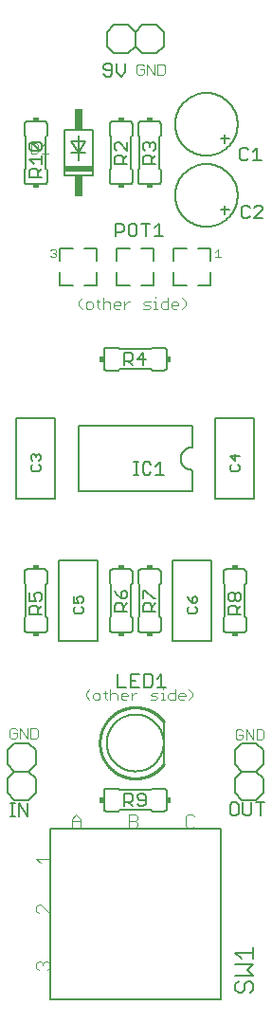
<source format=gto>
G75*
%MOIN*%
%OFA0B0*%
%FSLAX25Y25*%
%IPPOS*%
%LPD*%
%AMOC8*
5,1,8,0,0,1.08239X$1,22.5*
%
%ADD10C,0.00300*%
%ADD11C,0.00600*%
%ADD12R,0.10000X0.02000*%
%ADD13R,0.03000X0.07500*%
%ADD14C,0.00400*%
%ADD15C,0.00500*%
%ADD16C,0.00800*%
%ADD17C,0.01000*%
%ADD18R,0.02000X0.01500*%
%ADD19R,0.01500X0.02000*%
D10*
X0007442Y0098345D02*
X0008677Y0098345D01*
X0009294Y0098962D01*
X0009294Y0100197D01*
X0008059Y0100197D01*
X0006825Y0101431D02*
X0006825Y0098962D01*
X0007442Y0098345D01*
X0010508Y0098345D02*
X0010508Y0102048D01*
X0012977Y0098345D01*
X0012977Y0102048D01*
X0014191Y0102048D02*
X0014191Y0098345D01*
X0016043Y0098345D01*
X0016660Y0098962D01*
X0016660Y0101431D01*
X0016043Y0102048D01*
X0014191Y0102048D01*
X0009294Y0101431D02*
X0008677Y0102048D01*
X0007442Y0102048D01*
X0006825Y0101431D01*
X0033650Y0113184D02*
X0033650Y0114419D01*
X0034884Y0115653D01*
X0036723Y0114419D02*
X0036105Y0113802D01*
X0036105Y0112567D01*
X0036723Y0111950D01*
X0037957Y0111950D01*
X0038574Y0112567D01*
X0038574Y0113802D01*
X0037957Y0114419D01*
X0036723Y0114419D01*
X0039789Y0114419D02*
X0041023Y0114419D01*
X0040406Y0115036D02*
X0040406Y0112567D01*
X0041023Y0111950D01*
X0042244Y0111950D02*
X0042244Y0115653D01*
X0042861Y0114419D02*
X0044096Y0114419D01*
X0044713Y0113802D01*
X0044713Y0111950D01*
X0045927Y0112567D02*
X0045927Y0113802D01*
X0046544Y0114419D01*
X0047779Y0114419D01*
X0048396Y0113802D01*
X0048396Y0113184D01*
X0045927Y0113184D01*
X0045927Y0112567D02*
X0046544Y0111950D01*
X0047779Y0111950D01*
X0049610Y0111950D02*
X0049610Y0114419D01*
X0049610Y0113184D02*
X0050845Y0114419D01*
X0051462Y0114419D01*
X0056363Y0113802D02*
X0056980Y0114419D01*
X0058831Y0114419D01*
X0060046Y0114419D02*
X0060663Y0114419D01*
X0060663Y0111950D01*
X0060046Y0111950D02*
X0061280Y0111950D01*
X0062501Y0112567D02*
X0062501Y0113802D01*
X0063118Y0114419D01*
X0064970Y0114419D01*
X0064970Y0115653D02*
X0064970Y0111950D01*
X0063118Y0111950D01*
X0062501Y0112567D01*
X0060663Y0115653D02*
X0060663Y0116270D01*
X0058214Y0113184D02*
X0056980Y0113184D01*
X0056363Y0113802D01*
X0056363Y0111950D02*
X0058214Y0111950D01*
X0058831Y0112567D01*
X0058214Y0113184D01*
X0066184Y0113184D02*
X0068653Y0113184D01*
X0068653Y0113802D01*
X0068036Y0114419D01*
X0066802Y0114419D01*
X0066184Y0113802D01*
X0066184Y0112567D01*
X0066802Y0111950D01*
X0068036Y0111950D01*
X0069868Y0111950D02*
X0071102Y0113184D01*
X0071102Y0114419D01*
X0069868Y0115653D01*
X0086267Y0101023D02*
X0086267Y0098555D01*
X0086885Y0097937D01*
X0088119Y0097937D01*
X0088736Y0098555D01*
X0088736Y0099789D01*
X0087502Y0099789D01*
X0088736Y0101023D02*
X0088119Y0101641D01*
X0086885Y0101641D01*
X0086267Y0101023D01*
X0089951Y0101641D02*
X0089951Y0097937D01*
X0092419Y0097937D02*
X0089951Y0101641D01*
X0092419Y0101641D02*
X0092419Y0097937D01*
X0093634Y0097937D02*
X0095485Y0097937D01*
X0096103Y0098555D01*
X0096103Y0101023D01*
X0095485Y0101641D01*
X0093634Y0101641D01*
X0093634Y0097937D01*
X0042861Y0114419D02*
X0042244Y0113802D01*
X0034884Y0111950D02*
X0033650Y0113184D01*
X0034223Y0249450D02*
X0033605Y0250067D01*
X0033605Y0251302D01*
X0034223Y0251919D01*
X0035457Y0251919D01*
X0036074Y0251302D01*
X0036074Y0250067D01*
X0035457Y0249450D01*
X0034223Y0249450D01*
X0032384Y0249450D02*
X0031150Y0250684D01*
X0031150Y0251919D01*
X0032384Y0253153D01*
X0037289Y0251919D02*
X0038523Y0251919D01*
X0037906Y0252536D02*
X0037906Y0250067D01*
X0038523Y0249450D01*
X0039744Y0249450D02*
X0039744Y0253153D01*
X0040361Y0251919D02*
X0041596Y0251919D01*
X0042213Y0251302D01*
X0042213Y0249450D01*
X0043427Y0250067D02*
X0043427Y0251302D01*
X0044044Y0251919D01*
X0045279Y0251919D01*
X0045896Y0251302D01*
X0045896Y0250684D01*
X0043427Y0250684D01*
X0043427Y0250067D02*
X0044044Y0249450D01*
X0045279Y0249450D01*
X0047110Y0249450D02*
X0047110Y0251919D01*
X0047110Y0250684D02*
X0048345Y0251919D01*
X0048962Y0251919D01*
X0053863Y0251302D02*
X0054480Y0251919D01*
X0056331Y0251919D01*
X0057546Y0251919D02*
X0058163Y0251919D01*
X0058163Y0249450D01*
X0057546Y0249450D02*
X0058780Y0249450D01*
X0060001Y0250067D02*
X0060001Y0251302D01*
X0060618Y0251919D01*
X0062470Y0251919D01*
X0062470Y0253153D02*
X0062470Y0249450D01*
X0060618Y0249450D01*
X0060001Y0250067D01*
X0058163Y0253153D02*
X0058163Y0253770D01*
X0055714Y0250684D02*
X0054480Y0250684D01*
X0053863Y0251302D01*
X0053863Y0249450D02*
X0055714Y0249450D01*
X0056331Y0250067D01*
X0055714Y0250684D01*
X0063684Y0250684D02*
X0066153Y0250684D01*
X0066153Y0251302D01*
X0065536Y0251919D01*
X0064302Y0251919D01*
X0063684Y0251302D01*
X0063684Y0250067D01*
X0064302Y0249450D01*
X0065536Y0249450D01*
X0067368Y0249450D02*
X0068602Y0250684D01*
X0068602Y0251919D01*
X0067368Y0253153D01*
X0040361Y0251919D02*
X0039744Y0251302D01*
X0052107Y0331767D02*
X0053342Y0331767D01*
X0053959Y0332385D01*
X0053959Y0333619D01*
X0052724Y0333619D01*
X0051490Y0332385D02*
X0052107Y0331767D01*
X0051490Y0332385D02*
X0051490Y0334853D01*
X0052107Y0335471D01*
X0053342Y0335471D01*
X0053959Y0334853D01*
X0055173Y0335471D02*
X0057642Y0331767D01*
X0057642Y0335471D01*
X0058856Y0335471D02*
X0060708Y0335471D01*
X0061325Y0334853D01*
X0061325Y0332385D01*
X0060708Y0331767D01*
X0058856Y0331767D01*
X0058856Y0335471D01*
X0055173Y0335471D02*
X0055173Y0331767D01*
D11*
X0053500Y0339300D02*
X0051000Y0341800D01*
X0048500Y0339300D01*
X0043500Y0339300D01*
X0041000Y0341800D01*
X0041000Y0346800D01*
X0043500Y0349300D01*
X0048500Y0349300D01*
X0051000Y0346800D01*
X0053500Y0349300D01*
X0058500Y0349300D01*
X0061000Y0346800D01*
X0061000Y0341800D01*
X0058500Y0339300D01*
X0053500Y0339300D01*
X0051000Y0341800D02*
X0051000Y0346800D01*
X0049000Y0315363D02*
X0043000Y0315363D01*
X0042940Y0315361D01*
X0042879Y0315356D01*
X0042820Y0315347D01*
X0042761Y0315334D01*
X0042702Y0315318D01*
X0042645Y0315298D01*
X0042590Y0315275D01*
X0042535Y0315248D01*
X0042483Y0315219D01*
X0042432Y0315186D01*
X0042383Y0315150D01*
X0042337Y0315112D01*
X0042293Y0315070D01*
X0042251Y0315026D01*
X0042213Y0314980D01*
X0042177Y0314931D01*
X0042144Y0314880D01*
X0042115Y0314828D01*
X0042088Y0314773D01*
X0042065Y0314718D01*
X0042045Y0314661D01*
X0042029Y0314602D01*
X0042016Y0314543D01*
X0042007Y0314484D01*
X0042002Y0314423D01*
X0042000Y0314363D01*
X0042000Y0310363D01*
X0042500Y0309863D01*
X0042500Y0298737D01*
X0042000Y0298237D01*
X0042000Y0294237D01*
X0042002Y0294177D01*
X0042007Y0294116D01*
X0042016Y0294057D01*
X0042029Y0293998D01*
X0042045Y0293939D01*
X0042065Y0293882D01*
X0042088Y0293827D01*
X0042115Y0293772D01*
X0042144Y0293720D01*
X0042177Y0293669D01*
X0042213Y0293620D01*
X0042251Y0293574D01*
X0042293Y0293530D01*
X0042337Y0293488D01*
X0042383Y0293450D01*
X0042432Y0293414D01*
X0042483Y0293381D01*
X0042535Y0293352D01*
X0042590Y0293325D01*
X0042645Y0293302D01*
X0042702Y0293282D01*
X0042761Y0293266D01*
X0042820Y0293253D01*
X0042879Y0293244D01*
X0042940Y0293239D01*
X0043000Y0293237D01*
X0049000Y0293237D01*
X0049060Y0293239D01*
X0049121Y0293244D01*
X0049180Y0293253D01*
X0049239Y0293266D01*
X0049298Y0293282D01*
X0049355Y0293302D01*
X0049410Y0293325D01*
X0049465Y0293352D01*
X0049517Y0293381D01*
X0049568Y0293414D01*
X0049617Y0293450D01*
X0049663Y0293488D01*
X0049707Y0293530D01*
X0049749Y0293574D01*
X0049787Y0293620D01*
X0049823Y0293669D01*
X0049856Y0293720D01*
X0049885Y0293772D01*
X0049912Y0293827D01*
X0049935Y0293882D01*
X0049955Y0293939D01*
X0049971Y0293998D01*
X0049984Y0294057D01*
X0049993Y0294116D01*
X0049998Y0294177D01*
X0050000Y0294237D01*
X0050000Y0298237D01*
X0049500Y0298737D01*
X0049500Y0309863D01*
X0050000Y0310363D01*
X0050000Y0314363D01*
X0049998Y0314423D01*
X0049993Y0314484D01*
X0049984Y0314543D01*
X0049971Y0314602D01*
X0049955Y0314661D01*
X0049935Y0314718D01*
X0049912Y0314773D01*
X0049885Y0314828D01*
X0049856Y0314880D01*
X0049823Y0314931D01*
X0049787Y0314980D01*
X0049749Y0315026D01*
X0049707Y0315070D01*
X0049663Y0315112D01*
X0049617Y0315150D01*
X0049568Y0315186D01*
X0049517Y0315219D01*
X0049465Y0315248D01*
X0049410Y0315275D01*
X0049355Y0315298D01*
X0049298Y0315318D01*
X0049239Y0315334D01*
X0049180Y0315347D01*
X0049121Y0315356D01*
X0049060Y0315361D01*
X0049000Y0315363D01*
X0052000Y0314363D02*
X0052000Y0310363D01*
X0052500Y0309863D01*
X0052500Y0298737D01*
X0052000Y0298237D01*
X0052000Y0294237D01*
X0052002Y0294177D01*
X0052007Y0294116D01*
X0052016Y0294057D01*
X0052029Y0293998D01*
X0052045Y0293939D01*
X0052065Y0293882D01*
X0052088Y0293827D01*
X0052115Y0293772D01*
X0052144Y0293720D01*
X0052177Y0293669D01*
X0052213Y0293620D01*
X0052251Y0293574D01*
X0052293Y0293530D01*
X0052337Y0293488D01*
X0052383Y0293450D01*
X0052432Y0293414D01*
X0052483Y0293381D01*
X0052535Y0293352D01*
X0052590Y0293325D01*
X0052645Y0293302D01*
X0052702Y0293282D01*
X0052761Y0293266D01*
X0052820Y0293253D01*
X0052879Y0293244D01*
X0052940Y0293239D01*
X0053000Y0293237D01*
X0059000Y0293237D01*
X0059060Y0293239D01*
X0059121Y0293244D01*
X0059180Y0293253D01*
X0059239Y0293266D01*
X0059298Y0293282D01*
X0059355Y0293302D01*
X0059410Y0293325D01*
X0059465Y0293352D01*
X0059517Y0293381D01*
X0059568Y0293414D01*
X0059617Y0293450D01*
X0059663Y0293488D01*
X0059707Y0293530D01*
X0059749Y0293574D01*
X0059787Y0293620D01*
X0059823Y0293669D01*
X0059856Y0293720D01*
X0059885Y0293772D01*
X0059912Y0293827D01*
X0059935Y0293882D01*
X0059955Y0293939D01*
X0059971Y0293998D01*
X0059984Y0294057D01*
X0059993Y0294116D01*
X0059998Y0294177D01*
X0060000Y0294237D01*
X0060000Y0298237D01*
X0059500Y0298737D01*
X0059500Y0309863D01*
X0060000Y0310363D01*
X0060000Y0314363D01*
X0059998Y0314423D01*
X0059993Y0314484D01*
X0059984Y0314543D01*
X0059971Y0314602D01*
X0059955Y0314661D01*
X0059935Y0314718D01*
X0059912Y0314773D01*
X0059885Y0314828D01*
X0059856Y0314880D01*
X0059823Y0314931D01*
X0059787Y0314980D01*
X0059749Y0315026D01*
X0059707Y0315070D01*
X0059663Y0315112D01*
X0059617Y0315150D01*
X0059568Y0315186D01*
X0059517Y0315219D01*
X0059465Y0315248D01*
X0059410Y0315275D01*
X0059355Y0315298D01*
X0059298Y0315318D01*
X0059239Y0315334D01*
X0059180Y0315347D01*
X0059121Y0315356D01*
X0059060Y0315361D01*
X0059000Y0315363D01*
X0053000Y0315363D01*
X0052940Y0315361D01*
X0052879Y0315356D01*
X0052820Y0315347D01*
X0052761Y0315334D01*
X0052702Y0315318D01*
X0052645Y0315298D01*
X0052590Y0315275D01*
X0052535Y0315248D01*
X0052483Y0315219D01*
X0052432Y0315186D01*
X0052383Y0315150D01*
X0052337Y0315112D01*
X0052293Y0315070D01*
X0052251Y0315026D01*
X0052213Y0314980D01*
X0052177Y0314931D01*
X0052144Y0314880D01*
X0052115Y0314828D01*
X0052088Y0314773D01*
X0052065Y0314718D01*
X0052045Y0314661D01*
X0052029Y0314602D01*
X0052016Y0314543D01*
X0052007Y0314484D01*
X0052002Y0314423D01*
X0052000Y0314363D01*
X0054530Y0307932D02*
X0053796Y0307198D01*
X0053796Y0305730D01*
X0054530Y0304996D01*
X0054530Y0303328D02*
X0055998Y0303328D01*
X0056732Y0302594D01*
X0056732Y0300392D01*
X0058200Y0300392D02*
X0053796Y0300392D01*
X0053796Y0302594D01*
X0054530Y0303328D01*
X0056732Y0301860D02*
X0058200Y0303328D01*
X0057466Y0304996D02*
X0058200Y0305730D01*
X0058200Y0307198D01*
X0057466Y0307932D01*
X0056732Y0307932D01*
X0055998Y0307198D01*
X0055998Y0306464D01*
X0055998Y0307198D02*
X0055264Y0307932D01*
X0054530Y0307932D01*
X0048200Y0307932D02*
X0048200Y0304996D01*
X0045264Y0307932D01*
X0044530Y0307932D01*
X0043796Y0307198D01*
X0043796Y0305730D01*
X0044530Y0304996D01*
X0044530Y0303328D02*
X0045998Y0303328D01*
X0046732Y0302594D01*
X0046732Y0300392D01*
X0048200Y0300392D02*
X0043796Y0300392D01*
X0043796Y0302594D01*
X0044530Y0303328D01*
X0046732Y0301860D02*
X0048200Y0303328D01*
X0036000Y0296300D02*
X0026000Y0296300D01*
X0026000Y0312300D01*
X0036000Y0312300D01*
X0036000Y0296300D01*
X0031000Y0301800D02*
X0031000Y0304300D01*
X0033500Y0304300D01*
X0031000Y0304300D02*
X0033500Y0308300D01*
X0028500Y0308300D01*
X0031000Y0304300D01*
X0028500Y0304300D01*
X0031000Y0304300D02*
X0031000Y0310300D01*
X0020000Y0310363D02*
X0019500Y0309863D01*
X0019500Y0298737D01*
X0020000Y0298237D01*
X0020000Y0294237D01*
X0019998Y0294177D01*
X0019993Y0294116D01*
X0019984Y0294057D01*
X0019971Y0293998D01*
X0019955Y0293939D01*
X0019935Y0293882D01*
X0019912Y0293827D01*
X0019885Y0293772D01*
X0019856Y0293720D01*
X0019823Y0293669D01*
X0019787Y0293620D01*
X0019749Y0293574D01*
X0019707Y0293530D01*
X0019663Y0293488D01*
X0019617Y0293450D01*
X0019568Y0293414D01*
X0019517Y0293381D01*
X0019465Y0293352D01*
X0019410Y0293325D01*
X0019355Y0293302D01*
X0019298Y0293282D01*
X0019239Y0293266D01*
X0019180Y0293253D01*
X0019121Y0293244D01*
X0019060Y0293239D01*
X0019000Y0293237D01*
X0013000Y0293237D01*
X0012940Y0293239D01*
X0012879Y0293244D01*
X0012820Y0293253D01*
X0012761Y0293266D01*
X0012702Y0293282D01*
X0012645Y0293302D01*
X0012590Y0293325D01*
X0012535Y0293352D01*
X0012483Y0293381D01*
X0012432Y0293414D01*
X0012383Y0293450D01*
X0012337Y0293488D01*
X0012293Y0293530D01*
X0012251Y0293574D01*
X0012213Y0293620D01*
X0012177Y0293669D01*
X0012144Y0293720D01*
X0012115Y0293772D01*
X0012088Y0293827D01*
X0012065Y0293882D01*
X0012045Y0293939D01*
X0012029Y0293998D01*
X0012016Y0294057D01*
X0012007Y0294116D01*
X0012002Y0294177D01*
X0012000Y0294237D01*
X0012000Y0298237D01*
X0012500Y0298737D01*
X0012500Y0309863D01*
X0012000Y0310363D01*
X0012000Y0314363D01*
X0012002Y0314423D01*
X0012007Y0314484D01*
X0012016Y0314543D01*
X0012029Y0314602D01*
X0012045Y0314661D01*
X0012065Y0314718D01*
X0012088Y0314773D01*
X0012115Y0314828D01*
X0012144Y0314880D01*
X0012177Y0314931D01*
X0012213Y0314980D01*
X0012251Y0315026D01*
X0012293Y0315070D01*
X0012337Y0315112D01*
X0012383Y0315150D01*
X0012432Y0315186D01*
X0012483Y0315219D01*
X0012535Y0315248D01*
X0012590Y0315275D01*
X0012645Y0315298D01*
X0012702Y0315318D01*
X0012761Y0315334D01*
X0012820Y0315347D01*
X0012879Y0315356D01*
X0012940Y0315361D01*
X0013000Y0315363D01*
X0019000Y0315363D01*
X0019060Y0315361D01*
X0019121Y0315356D01*
X0019180Y0315347D01*
X0019239Y0315334D01*
X0019298Y0315318D01*
X0019355Y0315298D01*
X0019410Y0315275D01*
X0019465Y0315248D01*
X0019517Y0315219D01*
X0019568Y0315186D01*
X0019617Y0315150D01*
X0019663Y0315112D01*
X0019707Y0315070D01*
X0019749Y0315026D01*
X0019787Y0314980D01*
X0019823Y0314931D01*
X0019856Y0314880D01*
X0019885Y0314828D01*
X0019912Y0314773D01*
X0019935Y0314718D01*
X0019955Y0314661D01*
X0019971Y0314602D01*
X0019984Y0314543D01*
X0019993Y0314484D01*
X0019998Y0314423D01*
X0020000Y0314363D01*
X0020000Y0310363D01*
X0017466Y0307932D02*
X0018200Y0307198D01*
X0018200Y0305730D01*
X0017466Y0304996D01*
X0014530Y0307932D01*
X0017466Y0307932D01*
X0014530Y0307932D02*
X0013796Y0307198D01*
X0013796Y0305730D01*
X0014530Y0304996D01*
X0017466Y0304996D01*
X0018200Y0303328D02*
X0018200Y0300392D01*
X0018200Y0301860D02*
X0013796Y0301860D01*
X0015264Y0300392D01*
X0014530Y0298724D02*
X0015998Y0298724D01*
X0016732Y0297990D01*
X0016732Y0295788D01*
X0018200Y0295788D02*
X0013796Y0295788D01*
X0013796Y0297990D01*
X0014530Y0298724D01*
X0016732Y0297256D02*
X0018200Y0298724D01*
X0044040Y0279306D02*
X0044040Y0274902D01*
X0044040Y0276370D02*
X0046242Y0276370D01*
X0046976Y0277104D01*
X0046976Y0278572D01*
X0046242Y0279306D01*
X0044040Y0279306D01*
X0048644Y0278572D02*
X0048644Y0275636D01*
X0049378Y0274902D01*
X0050846Y0274902D01*
X0051580Y0275636D01*
X0051580Y0278572D01*
X0050846Y0279306D01*
X0049378Y0279306D01*
X0048644Y0278572D01*
X0053248Y0279306D02*
X0056184Y0279306D01*
X0054716Y0279306D02*
X0054716Y0274902D01*
X0057852Y0274902D02*
X0060788Y0274902D01*
X0059320Y0274902D02*
X0059320Y0279306D01*
X0057852Y0277838D01*
X0065000Y0289300D02*
X0065003Y0289570D01*
X0065013Y0289840D01*
X0065030Y0290109D01*
X0065053Y0290378D01*
X0065083Y0290647D01*
X0065119Y0290914D01*
X0065162Y0291181D01*
X0065211Y0291446D01*
X0065267Y0291710D01*
X0065330Y0291973D01*
X0065398Y0292234D01*
X0065474Y0292493D01*
X0065555Y0292750D01*
X0065643Y0293006D01*
X0065737Y0293259D01*
X0065837Y0293510D01*
X0065944Y0293758D01*
X0066056Y0294003D01*
X0066175Y0294246D01*
X0066299Y0294485D01*
X0066429Y0294722D01*
X0066565Y0294955D01*
X0066707Y0295185D01*
X0066854Y0295411D01*
X0067007Y0295634D01*
X0067165Y0295853D01*
X0067328Y0296068D01*
X0067497Y0296278D01*
X0067671Y0296485D01*
X0067850Y0296687D01*
X0068033Y0296885D01*
X0068222Y0297078D01*
X0068415Y0297267D01*
X0068613Y0297450D01*
X0068815Y0297629D01*
X0069022Y0297803D01*
X0069232Y0297972D01*
X0069447Y0298135D01*
X0069666Y0298293D01*
X0069889Y0298446D01*
X0070115Y0298593D01*
X0070345Y0298735D01*
X0070578Y0298871D01*
X0070815Y0299001D01*
X0071054Y0299125D01*
X0071297Y0299244D01*
X0071542Y0299356D01*
X0071790Y0299463D01*
X0072041Y0299563D01*
X0072294Y0299657D01*
X0072550Y0299745D01*
X0072807Y0299826D01*
X0073066Y0299902D01*
X0073327Y0299970D01*
X0073590Y0300033D01*
X0073854Y0300089D01*
X0074119Y0300138D01*
X0074386Y0300181D01*
X0074653Y0300217D01*
X0074922Y0300247D01*
X0075191Y0300270D01*
X0075460Y0300287D01*
X0075730Y0300297D01*
X0076000Y0300300D01*
X0076270Y0300297D01*
X0076540Y0300287D01*
X0076809Y0300270D01*
X0077078Y0300247D01*
X0077347Y0300217D01*
X0077614Y0300181D01*
X0077881Y0300138D01*
X0078146Y0300089D01*
X0078410Y0300033D01*
X0078673Y0299970D01*
X0078934Y0299902D01*
X0079193Y0299826D01*
X0079450Y0299745D01*
X0079706Y0299657D01*
X0079959Y0299563D01*
X0080210Y0299463D01*
X0080458Y0299356D01*
X0080703Y0299244D01*
X0080946Y0299125D01*
X0081185Y0299001D01*
X0081422Y0298871D01*
X0081655Y0298735D01*
X0081885Y0298593D01*
X0082111Y0298446D01*
X0082334Y0298293D01*
X0082553Y0298135D01*
X0082768Y0297972D01*
X0082978Y0297803D01*
X0083185Y0297629D01*
X0083387Y0297450D01*
X0083585Y0297267D01*
X0083778Y0297078D01*
X0083967Y0296885D01*
X0084150Y0296687D01*
X0084329Y0296485D01*
X0084503Y0296278D01*
X0084672Y0296068D01*
X0084835Y0295853D01*
X0084993Y0295634D01*
X0085146Y0295411D01*
X0085293Y0295185D01*
X0085435Y0294955D01*
X0085571Y0294722D01*
X0085701Y0294485D01*
X0085825Y0294246D01*
X0085944Y0294003D01*
X0086056Y0293758D01*
X0086163Y0293510D01*
X0086263Y0293259D01*
X0086357Y0293006D01*
X0086445Y0292750D01*
X0086526Y0292493D01*
X0086602Y0292234D01*
X0086670Y0291973D01*
X0086733Y0291710D01*
X0086789Y0291446D01*
X0086838Y0291181D01*
X0086881Y0290914D01*
X0086917Y0290647D01*
X0086947Y0290378D01*
X0086970Y0290109D01*
X0086987Y0289840D01*
X0086997Y0289570D01*
X0087000Y0289300D01*
X0086997Y0289030D01*
X0086987Y0288760D01*
X0086970Y0288491D01*
X0086947Y0288222D01*
X0086917Y0287953D01*
X0086881Y0287686D01*
X0086838Y0287419D01*
X0086789Y0287154D01*
X0086733Y0286890D01*
X0086670Y0286627D01*
X0086602Y0286366D01*
X0086526Y0286107D01*
X0086445Y0285850D01*
X0086357Y0285594D01*
X0086263Y0285341D01*
X0086163Y0285090D01*
X0086056Y0284842D01*
X0085944Y0284597D01*
X0085825Y0284354D01*
X0085701Y0284115D01*
X0085571Y0283878D01*
X0085435Y0283645D01*
X0085293Y0283415D01*
X0085146Y0283189D01*
X0084993Y0282966D01*
X0084835Y0282747D01*
X0084672Y0282532D01*
X0084503Y0282322D01*
X0084329Y0282115D01*
X0084150Y0281913D01*
X0083967Y0281715D01*
X0083778Y0281522D01*
X0083585Y0281333D01*
X0083387Y0281150D01*
X0083185Y0280971D01*
X0082978Y0280797D01*
X0082768Y0280628D01*
X0082553Y0280465D01*
X0082334Y0280307D01*
X0082111Y0280154D01*
X0081885Y0280007D01*
X0081655Y0279865D01*
X0081422Y0279729D01*
X0081185Y0279599D01*
X0080946Y0279475D01*
X0080703Y0279356D01*
X0080458Y0279244D01*
X0080210Y0279137D01*
X0079959Y0279037D01*
X0079706Y0278943D01*
X0079450Y0278855D01*
X0079193Y0278774D01*
X0078934Y0278698D01*
X0078673Y0278630D01*
X0078410Y0278567D01*
X0078146Y0278511D01*
X0077881Y0278462D01*
X0077614Y0278419D01*
X0077347Y0278383D01*
X0077078Y0278353D01*
X0076809Y0278330D01*
X0076540Y0278313D01*
X0076270Y0278303D01*
X0076000Y0278300D01*
X0075730Y0278303D01*
X0075460Y0278313D01*
X0075191Y0278330D01*
X0074922Y0278353D01*
X0074653Y0278383D01*
X0074386Y0278419D01*
X0074119Y0278462D01*
X0073854Y0278511D01*
X0073590Y0278567D01*
X0073327Y0278630D01*
X0073066Y0278698D01*
X0072807Y0278774D01*
X0072550Y0278855D01*
X0072294Y0278943D01*
X0072041Y0279037D01*
X0071790Y0279137D01*
X0071542Y0279244D01*
X0071297Y0279356D01*
X0071054Y0279475D01*
X0070815Y0279599D01*
X0070578Y0279729D01*
X0070345Y0279865D01*
X0070115Y0280007D01*
X0069889Y0280154D01*
X0069666Y0280307D01*
X0069447Y0280465D01*
X0069232Y0280628D01*
X0069022Y0280797D01*
X0068815Y0280971D01*
X0068613Y0281150D01*
X0068415Y0281333D01*
X0068222Y0281522D01*
X0068033Y0281715D01*
X0067850Y0281913D01*
X0067671Y0282115D01*
X0067497Y0282322D01*
X0067328Y0282532D01*
X0067165Y0282747D01*
X0067007Y0282966D01*
X0066854Y0283189D01*
X0066707Y0283415D01*
X0066565Y0283645D01*
X0066429Y0283878D01*
X0066299Y0284115D01*
X0066175Y0284354D01*
X0066056Y0284597D01*
X0065944Y0284842D01*
X0065837Y0285090D01*
X0065737Y0285341D01*
X0065643Y0285594D01*
X0065555Y0285850D01*
X0065474Y0286107D01*
X0065398Y0286366D01*
X0065330Y0286627D01*
X0065267Y0286890D01*
X0065211Y0287154D01*
X0065162Y0287419D01*
X0065119Y0287686D01*
X0065083Y0287953D01*
X0065053Y0288222D01*
X0065030Y0288491D01*
X0065013Y0288760D01*
X0065003Y0289030D01*
X0065000Y0289300D01*
X0081000Y0284300D02*
X0082500Y0284300D01*
X0082500Y0282800D01*
X0082500Y0284300D02*
X0082500Y0285800D01*
X0082500Y0284300D02*
X0084000Y0284300D01*
X0082500Y0307800D02*
X0082500Y0309300D01*
X0081000Y0309300D01*
X0082500Y0309300D02*
X0082500Y0310800D01*
X0082500Y0309300D02*
X0084000Y0309300D01*
X0065000Y0314300D02*
X0065003Y0314570D01*
X0065013Y0314840D01*
X0065030Y0315109D01*
X0065053Y0315378D01*
X0065083Y0315647D01*
X0065119Y0315914D01*
X0065162Y0316181D01*
X0065211Y0316446D01*
X0065267Y0316710D01*
X0065330Y0316973D01*
X0065398Y0317234D01*
X0065474Y0317493D01*
X0065555Y0317750D01*
X0065643Y0318006D01*
X0065737Y0318259D01*
X0065837Y0318510D01*
X0065944Y0318758D01*
X0066056Y0319003D01*
X0066175Y0319246D01*
X0066299Y0319485D01*
X0066429Y0319722D01*
X0066565Y0319955D01*
X0066707Y0320185D01*
X0066854Y0320411D01*
X0067007Y0320634D01*
X0067165Y0320853D01*
X0067328Y0321068D01*
X0067497Y0321278D01*
X0067671Y0321485D01*
X0067850Y0321687D01*
X0068033Y0321885D01*
X0068222Y0322078D01*
X0068415Y0322267D01*
X0068613Y0322450D01*
X0068815Y0322629D01*
X0069022Y0322803D01*
X0069232Y0322972D01*
X0069447Y0323135D01*
X0069666Y0323293D01*
X0069889Y0323446D01*
X0070115Y0323593D01*
X0070345Y0323735D01*
X0070578Y0323871D01*
X0070815Y0324001D01*
X0071054Y0324125D01*
X0071297Y0324244D01*
X0071542Y0324356D01*
X0071790Y0324463D01*
X0072041Y0324563D01*
X0072294Y0324657D01*
X0072550Y0324745D01*
X0072807Y0324826D01*
X0073066Y0324902D01*
X0073327Y0324970D01*
X0073590Y0325033D01*
X0073854Y0325089D01*
X0074119Y0325138D01*
X0074386Y0325181D01*
X0074653Y0325217D01*
X0074922Y0325247D01*
X0075191Y0325270D01*
X0075460Y0325287D01*
X0075730Y0325297D01*
X0076000Y0325300D01*
X0076270Y0325297D01*
X0076540Y0325287D01*
X0076809Y0325270D01*
X0077078Y0325247D01*
X0077347Y0325217D01*
X0077614Y0325181D01*
X0077881Y0325138D01*
X0078146Y0325089D01*
X0078410Y0325033D01*
X0078673Y0324970D01*
X0078934Y0324902D01*
X0079193Y0324826D01*
X0079450Y0324745D01*
X0079706Y0324657D01*
X0079959Y0324563D01*
X0080210Y0324463D01*
X0080458Y0324356D01*
X0080703Y0324244D01*
X0080946Y0324125D01*
X0081185Y0324001D01*
X0081422Y0323871D01*
X0081655Y0323735D01*
X0081885Y0323593D01*
X0082111Y0323446D01*
X0082334Y0323293D01*
X0082553Y0323135D01*
X0082768Y0322972D01*
X0082978Y0322803D01*
X0083185Y0322629D01*
X0083387Y0322450D01*
X0083585Y0322267D01*
X0083778Y0322078D01*
X0083967Y0321885D01*
X0084150Y0321687D01*
X0084329Y0321485D01*
X0084503Y0321278D01*
X0084672Y0321068D01*
X0084835Y0320853D01*
X0084993Y0320634D01*
X0085146Y0320411D01*
X0085293Y0320185D01*
X0085435Y0319955D01*
X0085571Y0319722D01*
X0085701Y0319485D01*
X0085825Y0319246D01*
X0085944Y0319003D01*
X0086056Y0318758D01*
X0086163Y0318510D01*
X0086263Y0318259D01*
X0086357Y0318006D01*
X0086445Y0317750D01*
X0086526Y0317493D01*
X0086602Y0317234D01*
X0086670Y0316973D01*
X0086733Y0316710D01*
X0086789Y0316446D01*
X0086838Y0316181D01*
X0086881Y0315914D01*
X0086917Y0315647D01*
X0086947Y0315378D01*
X0086970Y0315109D01*
X0086987Y0314840D01*
X0086997Y0314570D01*
X0087000Y0314300D01*
X0086997Y0314030D01*
X0086987Y0313760D01*
X0086970Y0313491D01*
X0086947Y0313222D01*
X0086917Y0312953D01*
X0086881Y0312686D01*
X0086838Y0312419D01*
X0086789Y0312154D01*
X0086733Y0311890D01*
X0086670Y0311627D01*
X0086602Y0311366D01*
X0086526Y0311107D01*
X0086445Y0310850D01*
X0086357Y0310594D01*
X0086263Y0310341D01*
X0086163Y0310090D01*
X0086056Y0309842D01*
X0085944Y0309597D01*
X0085825Y0309354D01*
X0085701Y0309115D01*
X0085571Y0308878D01*
X0085435Y0308645D01*
X0085293Y0308415D01*
X0085146Y0308189D01*
X0084993Y0307966D01*
X0084835Y0307747D01*
X0084672Y0307532D01*
X0084503Y0307322D01*
X0084329Y0307115D01*
X0084150Y0306913D01*
X0083967Y0306715D01*
X0083778Y0306522D01*
X0083585Y0306333D01*
X0083387Y0306150D01*
X0083185Y0305971D01*
X0082978Y0305797D01*
X0082768Y0305628D01*
X0082553Y0305465D01*
X0082334Y0305307D01*
X0082111Y0305154D01*
X0081885Y0305007D01*
X0081655Y0304865D01*
X0081422Y0304729D01*
X0081185Y0304599D01*
X0080946Y0304475D01*
X0080703Y0304356D01*
X0080458Y0304244D01*
X0080210Y0304137D01*
X0079959Y0304037D01*
X0079706Y0303943D01*
X0079450Y0303855D01*
X0079193Y0303774D01*
X0078934Y0303698D01*
X0078673Y0303630D01*
X0078410Y0303567D01*
X0078146Y0303511D01*
X0077881Y0303462D01*
X0077614Y0303419D01*
X0077347Y0303383D01*
X0077078Y0303353D01*
X0076809Y0303330D01*
X0076540Y0303313D01*
X0076270Y0303303D01*
X0076000Y0303300D01*
X0075730Y0303303D01*
X0075460Y0303313D01*
X0075191Y0303330D01*
X0074922Y0303353D01*
X0074653Y0303383D01*
X0074386Y0303419D01*
X0074119Y0303462D01*
X0073854Y0303511D01*
X0073590Y0303567D01*
X0073327Y0303630D01*
X0073066Y0303698D01*
X0072807Y0303774D01*
X0072550Y0303855D01*
X0072294Y0303943D01*
X0072041Y0304037D01*
X0071790Y0304137D01*
X0071542Y0304244D01*
X0071297Y0304356D01*
X0071054Y0304475D01*
X0070815Y0304599D01*
X0070578Y0304729D01*
X0070345Y0304865D01*
X0070115Y0305007D01*
X0069889Y0305154D01*
X0069666Y0305307D01*
X0069447Y0305465D01*
X0069232Y0305628D01*
X0069022Y0305797D01*
X0068815Y0305971D01*
X0068613Y0306150D01*
X0068415Y0306333D01*
X0068222Y0306522D01*
X0068033Y0306715D01*
X0067850Y0306913D01*
X0067671Y0307115D01*
X0067497Y0307322D01*
X0067328Y0307532D01*
X0067165Y0307747D01*
X0067007Y0307966D01*
X0066854Y0308189D01*
X0066707Y0308415D01*
X0066565Y0308645D01*
X0066429Y0308878D01*
X0066299Y0309115D01*
X0066175Y0309354D01*
X0066056Y0309597D01*
X0065944Y0309842D01*
X0065837Y0310090D01*
X0065737Y0310341D01*
X0065643Y0310594D01*
X0065555Y0310850D01*
X0065474Y0311107D01*
X0065398Y0311366D01*
X0065330Y0311627D01*
X0065267Y0311890D01*
X0065211Y0312154D01*
X0065162Y0312419D01*
X0065119Y0312686D01*
X0065083Y0312953D01*
X0065053Y0313222D01*
X0065030Y0313491D01*
X0065013Y0313760D01*
X0065003Y0314030D01*
X0065000Y0314300D01*
X0061063Y0235800D02*
X0057063Y0235800D01*
X0056563Y0235300D01*
X0045437Y0235300D01*
X0044937Y0235800D01*
X0040937Y0235800D01*
X0040877Y0235798D01*
X0040816Y0235793D01*
X0040757Y0235784D01*
X0040698Y0235771D01*
X0040639Y0235755D01*
X0040582Y0235735D01*
X0040527Y0235712D01*
X0040472Y0235685D01*
X0040420Y0235656D01*
X0040369Y0235623D01*
X0040320Y0235587D01*
X0040274Y0235549D01*
X0040230Y0235507D01*
X0040188Y0235463D01*
X0040150Y0235417D01*
X0040114Y0235368D01*
X0040081Y0235317D01*
X0040052Y0235265D01*
X0040025Y0235210D01*
X0040002Y0235155D01*
X0039982Y0235098D01*
X0039966Y0235039D01*
X0039953Y0234980D01*
X0039944Y0234921D01*
X0039939Y0234860D01*
X0039937Y0234800D01*
X0039937Y0228800D01*
X0039939Y0228740D01*
X0039944Y0228679D01*
X0039953Y0228620D01*
X0039966Y0228561D01*
X0039982Y0228502D01*
X0040002Y0228445D01*
X0040025Y0228390D01*
X0040052Y0228335D01*
X0040081Y0228283D01*
X0040114Y0228232D01*
X0040150Y0228183D01*
X0040188Y0228137D01*
X0040230Y0228093D01*
X0040274Y0228051D01*
X0040320Y0228013D01*
X0040369Y0227977D01*
X0040420Y0227944D01*
X0040472Y0227915D01*
X0040527Y0227888D01*
X0040582Y0227865D01*
X0040639Y0227845D01*
X0040698Y0227829D01*
X0040757Y0227816D01*
X0040816Y0227807D01*
X0040877Y0227802D01*
X0040937Y0227800D01*
X0044937Y0227800D01*
X0045437Y0228300D01*
X0056563Y0228300D01*
X0057063Y0227800D01*
X0061063Y0227800D01*
X0061123Y0227802D01*
X0061184Y0227807D01*
X0061243Y0227816D01*
X0061302Y0227829D01*
X0061361Y0227845D01*
X0061418Y0227865D01*
X0061473Y0227888D01*
X0061528Y0227915D01*
X0061580Y0227944D01*
X0061631Y0227977D01*
X0061680Y0228013D01*
X0061726Y0228051D01*
X0061770Y0228093D01*
X0061812Y0228137D01*
X0061850Y0228183D01*
X0061886Y0228232D01*
X0061919Y0228283D01*
X0061948Y0228335D01*
X0061975Y0228390D01*
X0061998Y0228445D01*
X0062018Y0228502D01*
X0062034Y0228561D01*
X0062047Y0228620D01*
X0062056Y0228679D01*
X0062061Y0228740D01*
X0062063Y0228800D01*
X0062063Y0234800D01*
X0062061Y0234860D01*
X0062056Y0234921D01*
X0062047Y0234980D01*
X0062034Y0235039D01*
X0062018Y0235098D01*
X0061998Y0235155D01*
X0061975Y0235210D01*
X0061948Y0235265D01*
X0061919Y0235317D01*
X0061886Y0235368D01*
X0061850Y0235417D01*
X0061812Y0235463D01*
X0061770Y0235507D01*
X0061726Y0235549D01*
X0061680Y0235587D01*
X0061631Y0235623D01*
X0061580Y0235656D01*
X0061528Y0235685D01*
X0061473Y0235712D01*
X0061418Y0235735D01*
X0061361Y0235755D01*
X0061302Y0235771D01*
X0061243Y0235784D01*
X0061184Y0235793D01*
X0061123Y0235798D01*
X0061063Y0235800D01*
X0054632Y0231802D02*
X0051696Y0231802D01*
X0053898Y0234004D01*
X0053898Y0229600D01*
X0050028Y0229600D02*
X0048560Y0231068D01*
X0049294Y0231068D02*
X0047092Y0231068D01*
X0047092Y0229600D02*
X0047092Y0234004D01*
X0049294Y0234004D01*
X0050028Y0233270D01*
X0050028Y0231802D01*
X0049294Y0231068D01*
X0031000Y0208300D02*
X0031000Y0185300D01*
X0071000Y0185300D01*
X0071000Y0192800D01*
X0070874Y0192802D01*
X0070749Y0192808D01*
X0070624Y0192818D01*
X0070499Y0192832D01*
X0070374Y0192849D01*
X0070250Y0192871D01*
X0070127Y0192896D01*
X0070005Y0192926D01*
X0069884Y0192959D01*
X0069764Y0192996D01*
X0069645Y0193036D01*
X0069528Y0193081D01*
X0069411Y0193129D01*
X0069297Y0193181D01*
X0069184Y0193236D01*
X0069073Y0193295D01*
X0068964Y0193357D01*
X0068857Y0193423D01*
X0068752Y0193492D01*
X0068649Y0193564D01*
X0068548Y0193639D01*
X0068450Y0193718D01*
X0068355Y0193800D01*
X0068262Y0193884D01*
X0068172Y0193972D01*
X0068084Y0194062D01*
X0068000Y0194155D01*
X0067918Y0194250D01*
X0067839Y0194348D01*
X0067764Y0194449D01*
X0067692Y0194552D01*
X0067623Y0194657D01*
X0067557Y0194764D01*
X0067495Y0194873D01*
X0067436Y0194984D01*
X0067381Y0195097D01*
X0067329Y0195211D01*
X0067281Y0195328D01*
X0067236Y0195445D01*
X0067196Y0195564D01*
X0067159Y0195684D01*
X0067126Y0195805D01*
X0067096Y0195927D01*
X0067071Y0196050D01*
X0067049Y0196174D01*
X0067032Y0196299D01*
X0067018Y0196424D01*
X0067008Y0196549D01*
X0067002Y0196674D01*
X0067000Y0196800D01*
X0067002Y0196926D01*
X0067008Y0197051D01*
X0067018Y0197176D01*
X0067032Y0197301D01*
X0067049Y0197426D01*
X0067071Y0197550D01*
X0067096Y0197673D01*
X0067126Y0197795D01*
X0067159Y0197916D01*
X0067196Y0198036D01*
X0067236Y0198155D01*
X0067281Y0198272D01*
X0067329Y0198389D01*
X0067381Y0198503D01*
X0067436Y0198616D01*
X0067495Y0198727D01*
X0067557Y0198836D01*
X0067623Y0198943D01*
X0067692Y0199048D01*
X0067764Y0199151D01*
X0067839Y0199252D01*
X0067918Y0199350D01*
X0068000Y0199445D01*
X0068084Y0199538D01*
X0068172Y0199628D01*
X0068262Y0199716D01*
X0068355Y0199800D01*
X0068450Y0199882D01*
X0068548Y0199961D01*
X0068649Y0200036D01*
X0068752Y0200108D01*
X0068857Y0200177D01*
X0068964Y0200243D01*
X0069073Y0200305D01*
X0069184Y0200364D01*
X0069297Y0200419D01*
X0069411Y0200471D01*
X0069528Y0200519D01*
X0069645Y0200564D01*
X0069764Y0200604D01*
X0069884Y0200641D01*
X0070005Y0200674D01*
X0070127Y0200704D01*
X0070250Y0200729D01*
X0070374Y0200751D01*
X0070499Y0200768D01*
X0070624Y0200782D01*
X0070749Y0200792D01*
X0070874Y0200798D01*
X0071000Y0200800D01*
X0071000Y0208300D01*
X0031000Y0208300D01*
X0022890Y0210973D02*
X0022890Y0182627D01*
X0009110Y0182627D01*
X0009110Y0210973D01*
X0022890Y0210973D01*
X0050523Y0195504D02*
X0051991Y0195504D01*
X0051257Y0195504D02*
X0051257Y0191100D01*
X0050523Y0191100D02*
X0051991Y0191100D01*
X0053592Y0191834D02*
X0054326Y0191100D01*
X0055794Y0191100D01*
X0056528Y0191834D01*
X0058196Y0191100D02*
X0061132Y0191100D01*
X0059664Y0191100D02*
X0059664Y0195504D01*
X0058196Y0194036D01*
X0056528Y0194770D02*
X0055794Y0195504D01*
X0054326Y0195504D01*
X0053592Y0194770D01*
X0053592Y0191834D01*
X0064110Y0160973D02*
X0077890Y0160973D01*
X0077890Y0132627D01*
X0064110Y0132627D01*
X0064110Y0160973D01*
X0060000Y0156863D02*
X0060000Y0152863D01*
X0059500Y0152363D01*
X0059500Y0141237D01*
X0060000Y0140737D01*
X0060000Y0136737D01*
X0059998Y0136677D01*
X0059993Y0136616D01*
X0059984Y0136557D01*
X0059971Y0136498D01*
X0059955Y0136439D01*
X0059935Y0136382D01*
X0059912Y0136327D01*
X0059885Y0136272D01*
X0059856Y0136220D01*
X0059823Y0136169D01*
X0059787Y0136120D01*
X0059749Y0136074D01*
X0059707Y0136030D01*
X0059663Y0135988D01*
X0059617Y0135950D01*
X0059568Y0135914D01*
X0059517Y0135881D01*
X0059465Y0135852D01*
X0059410Y0135825D01*
X0059355Y0135802D01*
X0059298Y0135782D01*
X0059239Y0135766D01*
X0059180Y0135753D01*
X0059121Y0135744D01*
X0059060Y0135739D01*
X0059000Y0135737D01*
X0053000Y0135737D01*
X0052940Y0135739D01*
X0052879Y0135744D01*
X0052820Y0135753D01*
X0052761Y0135766D01*
X0052702Y0135782D01*
X0052645Y0135802D01*
X0052590Y0135825D01*
X0052535Y0135852D01*
X0052483Y0135881D01*
X0052432Y0135914D01*
X0052383Y0135950D01*
X0052337Y0135988D01*
X0052293Y0136030D01*
X0052251Y0136074D01*
X0052213Y0136120D01*
X0052177Y0136169D01*
X0052144Y0136220D01*
X0052115Y0136272D01*
X0052088Y0136327D01*
X0052065Y0136382D01*
X0052045Y0136439D01*
X0052029Y0136498D01*
X0052016Y0136557D01*
X0052007Y0136616D01*
X0052002Y0136677D01*
X0052000Y0136737D01*
X0052000Y0140737D01*
X0052500Y0141237D01*
X0052500Y0152363D01*
X0052000Y0152863D01*
X0052000Y0156863D01*
X0052002Y0156923D01*
X0052007Y0156984D01*
X0052016Y0157043D01*
X0052029Y0157102D01*
X0052045Y0157161D01*
X0052065Y0157218D01*
X0052088Y0157273D01*
X0052115Y0157328D01*
X0052144Y0157380D01*
X0052177Y0157431D01*
X0052213Y0157480D01*
X0052251Y0157526D01*
X0052293Y0157570D01*
X0052337Y0157612D01*
X0052383Y0157650D01*
X0052432Y0157686D01*
X0052483Y0157719D01*
X0052535Y0157748D01*
X0052590Y0157775D01*
X0052645Y0157798D01*
X0052702Y0157818D01*
X0052761Y0157834D01*
X0052820Y0157847D01*
X0052879Y0157856D01*
X0052940Y0157861D01*
X0053000Y0157863D01*
X0059000Y0157863D01*
X0059060Y0157861D01*
X0059121Y0157856D01*
X0059180Y0157847D01*
X0059239Y0157834D01*
X0059298Y0157818D01*
X0059355Y0157798D01*
X0059410Y0157775D01*
X0059465Y0157748D01*
X0059517Y0157719D01*
X0059568Y0157686D01*
X0059617Y0157650D01*
X0059663Y0157612D01*
X0059707Y0157570D01*
X0059749Y0157526D01*
X0059787Y0157480D01*
X0059823Y0157431D01*
X0059856Y0157380D01*
X0059885Y0157328D01*
X0059912Y0157273D01*
X0059935Y0157218D01*
X0059955Y0157161D01*
X0059971Y0157102D01*
X0059984Y0157043D01*
X0059993Y0156984D01*
X0059998Y0156923D01*
X0060000Y0156863D01*
X0054530Y0150432D02*
X0057466Y0147496D01*
X0058200Y0147496D01*
X0058200Y0145828D02*
X0056732Y0144360D01*
X0056732Y0145094D02*
X0056732Y0142892D01*
X0058200Y0142892D02*
X0053796Y0142892D01*
X0053796Y0145094D01*
X0054530Y0145828D01*
X0055998Y0145828D01*
X0056732Y0145094D01*
X0054530Y0150432D02*
X0053796Y0150432D01*
X0053796Y0147496D01*
X0049500Y0152363D02*
X0049500Y0141237D01*
X0050000Y0140737D01*
X0050000Y0136737D01*
X0049998Y0136677D01*
X0049993Y0136616D01*
X0049984Y0136557D01*
X0049971Y0136498D01*
X0049955Y0136439D01*
X0049935Y0136382D01*
X0049912Y0136327D01*
X0049885Y0136272D01*
X0049856Y0136220D01*
X0049823Y0136169D01*
X0049787Y0136120D01*
X0049749Y0136074D01*
X0049707Y0136030D01*
X0049663Y0135988D01*
X0049617Y0135950D01*
X0049568Y0135914D01*
X0049517Y0135881D01*
X0049465Y0135852D01*
X0049410Y0135825D01*
X0049355Y0135802D01*
X0049298Y0135782D01*
X0049239Y0135766D01*
X0049180Y0135753D01*
X0049121Y0135744D01*
X0049060Y0135739D01*
X0049000Y0135737D01*
X0043000Y0135737D01*
X0042940Y0135739D01*
X0042879Y0135744D01*
X0042820Y0135753D01*
X0042761Y0135766D01*
X0042702Y0135782D01*
X0042645Y0135802D01*
X0042590Y0135825D01*
X0042535Y0135852D01*
X0042483Y0135881D01*
X0042432Y0135914D01*
X0042383Y0135950D01*
X0042337Y0135988D01*
X0042293Y0136030D01*
X0042251Y0136074D01*
X0042213Y0136120D01*
X0042177Y0136169D01*
X0042144Y0136220D01*
X0042115Y0136272D01*
X0042088Y0136327D01*
X0042065Y0136382D01*
X0042045Y0136439D01*
X0042029Y0136498D01*
X0042016Y0136557D01*
X0042007Y0136616D01*
X0042002Y0136677D01*
X0042000Y0136737D01*
X0042000Y0140737D01*
X0042500Y0141237D01*
X0042500Y0152363D01*
X0042000Y0152863D01*
X0042000Y0156863D01*
X0042002Y0156923D01*
X0042007Y0156984D01*
X0042016Y0157043D01*
X0042029Y0157102D01*
X0042045Y0157161D01*
X0042065Y0157218D01*
X0042088Y0157273D01*
X0042115Y0157328D01*
X0042144Y0157380D01*
X0042177Y0157431D01*
X0042213Y0157480D01*
X0042251Y0157526D01*
X0042293Y0157570D01*
X0042337Y0157612D01*
X0042383Y0157650D01*
X0042432Y0157686D01*
X0042483Y0157719D01*
X0042535Y0157748D01*
X0042590Y0157775D01*
X0042645Y0157798D01*
X0042702Y0157818D01*
X0042761Y0157834D01*
X0042820Y0157847D01*
X0042879Y0157856D01*
X0042940Y0157861D01*
X0043000Y0157863D01*
X0049000Y0157863D01*
X0049060Y0157861D01*
X0049121Y0157856D01*
X0049180Y0157847D01*
X0049239Y0157834D01*
X0049298Y0157818D01*
X0049355Y0157798D01*
X0049410Y0157775D01*
X0049465Y0157748D01*
X0049517Y0157719D01*
X0049568Y0157686D01*
X0049617Y0157650D01*
X0049663Y0157612D01*
X0049707Y0157570D01*
X0049749Y0157526D01*
X0049787Y0157480D01*
X0049823Y0157431D01*
X0049856Y0157380D01*
X0049885Y0157328D01*
X0049912Y0157273D01*
X0049935Y0157218D01*
X0049955Y0157161D01*
X0049971Y0157102D01*
X0049984Y0157043D01*
X0049993Y0156984D01*
X0049998Y0156923D01*
X0050000Y0156863D01*
X0050000Y0152863D01*
X0049500Y0152363D01*
X0047466Y0150432D02*
X0046732Y0150432D01*
X0045998Y0149698D01*
X0045998Y0147496D01*
X0047466Y0147496D01*
X0048200Y0148230D01*
X0048200Y0149698D01*
X0047466Y0150432D01*
X0044530Y0148964D02*
X0045998Y0147496D01*
X0045998Y0145828D02*
X0046732Y0145094D01*
X0046732Y0142892D01*
X0048200Y0142892D02*
X0043796Y0142892D01*
X0043796Y0145094D01*
X0044530Y0145828D01*
X0045998Y0145828D01*
X0046732Y0144360D02*
X0048200Y0145828D01*
X0044530Y0148964D02*
X0043796Y0150432D01*
X0037890Y0160973D02*
X0037890Y0132627D01*
X0024110Y0132627D01*
X0024110Y0160973D01*
X0037890Y0160973D01*
X0020000Y0156863D02*
X0020000Y0152863D01*
X0019500Y0152363D01*
X0019500Y0141237D01*
X0020000Y0140737D01*
X0020000Y0136737D01*
X0019998Y0136677D01*
X0019993Y0136616D01*
X0019984Y0136557D01*
X0019971Y0136498D01*
X0019955Y0136439D01*
X0019935Y0136382D01*
X0019912Y0136327D01*
X0019885Y0136272D01*
X0019856Y0136220D01*
X0019823Y0136169D01*
X0019787Y0136120D01*
X0019749Y0136074D01*
X0019707Y0136030D01*
X0019663Y0135988D01*
X0019617Y0135950D01*
X0019568Y0135914D01*
X0019517Y0135881D01*
X0019465Y0135852D01*
X0019410Y0135825D01*
X0019355Y0135802D01*
X0019298Y0135782D01*
X0019239Y0135766D01*
X0019180Y0135753D01*
X0019121Y0135744D01*
X0019060Y0135739D01*
X0019000Y0135737D01*
X0013000Y0135737D01*
X0012940Y0135739D01*
X0012879Y0135744D01*
X0012820Y0135753D01*
X0012761Y0135766D01*
X0012702Y0135782D01*
X0012645Y0135802D01*
X0012590Y0135825D01*
X0012535Y0135852D01*
X0012483Y0135881D01*
X0012432Y0135914D01*
X0012383Y0135950D01*
X0012337Y0135988D01*
X0012293Y0136030D01*
X0012251Y0136074D01*
X0012213Y0136120D01*
X0012177Y0136169D01*
X0012144Y0136220D01*
X0012115Y0136272D01*
X0012088Y0136327D01*
X0012065Y0136382D01*
X0012045Y0136439D01*
X0012029Y0136498D01*
X0012016Y0136557D01*
X0012007Y0136616D01*
X0012002Y0136677D01*
X0012000Y0136737D01*
X0012000Y0140737D01*
X0012500Y0141237D01*
X0012500Y0152363D01*
X0012000Y0152863D01*
X0012000Y0156863D01*
X0012002Y0156923D01*
X0012007Y0156984D01*
X0012016Y0157043D01*
X0012029Y0157102D01*
X0012045Y0157161D01*
X0012065Y0157218D01*
X0012088Y0157273D01*
X0012115Y0157328D01*
X0012144Y0157380D01*
X0012177Y0157431D01*
X0012213Y0157480D01*
X0012251Y0157526D01*
X0012293Y0157570D01*
X0012337Y0157612D01*
X0012383Y0157650D01*
X0012432Y0157686D01*
X0012483Y0157719D01*
X0012535Y0157748D01*
X0012590Y0157775D01*
X0012645Y0157798D01*
X0012702Y0157818D01*
X0012761Y0157834D01*
X0012820Y0157847D01*
X0012879Y0157856D01*
X0012940Y0157861D01*
X0013000Y0157863D01*
X0019000Y0157863D01*
X0019060Y0157861D01*
X0019121Y0157856D01*
X0019180Y0157847D01*
X0019239Y0157834D01*
X0019298Y0157818D01*
X0019355Y0157798D01*
X0019410Y0157775D01*
X0019465Y0157748D01*
X0019517Y0157719D01*
X0019568Y0157686D01*
X0019617Y0157650D01*
X0019663Y0157612D01*
X0019707Y0157570D01*
X0019749Y0157526D01*
X0019787Y0157480D01*
X0019823Y0157431D01*
X0019856Y0157380D01*
X0019885Y0157328D01*
X0019912Y0157273D01*
X0019935Y0157218D01*
X0019955Y0157161D01*
X0019971Y0157102D01*
X0019984Y0157043D01*
X0019993Y0156984D01*
X0019998Y0156923D01*
X0020000Y0156863D01*
X0017466Y0149640D02*
X0015998Y0149640D01*
X0015264Y0148906D01*
X0015264Y0148172D01*
X0015998Y0146704D01*
X0013796Y0146704D01*
X0013796Y0149640D01*
X0017466Y0149640D02*
X0018200Y0148906D01*
X0018200Y0147438D01*
X0017466Y0146704D01*
X0018200Y0145036D02*
X0016732Y0143568D01*
X0016732Y0144302D02*
X0016732Y0142100D01*
X0018200Y0142100D02*
X0013796Y0142100D01*
X0013796Y0144302D01*
X0014530Y0145036D01*
X0015998Y0145036D01*
X0016732Y0144302D01*
X0013500Y0096800D02*
X0008500Y0096800D01*
X0006000Y0094300D01*
X0006000Y0089300D01*
X0008500Y0086800D01*
X0013500Y0086800D01*
X0016000Y0089300D01*
X0016000Y0094300D01*
X0013500Y0096800D01*
X0013500Y0086800D02*
X0016000Y0084300D01*
X0016000Y0079300D01*
X0013500Y0076800D01*
X0008500Y0076800D01*
X0006000Y0079300D01*
X0006000Y0084300D01*
X0008500Y0086800D01*
X0039937Y0079800D02*
X0039937Y0073800D01*
X0039939Y0073740D01*
X0039944Y0073679D01*
X0039953Y0073620D01*
X0039966Y0073561D01*
X0039982Y0073502D01*
X0040002Y0073445D01*
X0040025Y0073390D01*
X0040052Y0073335D01*
X0040081Y0073283D01*
X0040114Y0073232D01*
X0040150Y0073183D01*
X0040188Y0073137D01*
X0040230Y0073093D01*
X0040274Y0073051D01*
X0040320Y0073013D01*
X0040369Y0072977D01*
X0040420Y0072944D01*
X0040472Y0072915D01*
X0040527Y0072888D01*
X0040582Y0072865D01*
X0040639Y0072845D01*
X0040698Y0072829D01*
X0040757Y0072816D01*
X0040816Y0072807D01*
X0040877Y0072802D01*
X0040937Y0072800D01*
X0044937Y0072800D01*
X0045437Y0073300D01*
X0056563Y0073300D01*
X0057063Y0072800D01*
X0061063Y0072800D01*
X0061123Y0072802D01*
X0061184Y0072807D01*
X0061243Y0072816D01*
X0061302Y0072829D01*
X0061361Y0072845D01*
X0061418Y0072865D01*
X0061473Y0072888D01*
X0061528Y0072915D01*
X0061580Y0072944D01*
X0061631Y0072977D01*
X0061680Y0073013D01*
X0061726Y0073051D01*
X0061770Y0073093D01*
X0061812Y0073137D01*
X0061850Y0073183D01*
X0061886Y0073232D01*
X0061919Y0073283D01*
X0061948Y0073335D01*
X0061975Y0073390D01*
X0061998Y0073445D01*
X0062018Y0073502D01*
X0062034Y0073561D01*
X0062047Y0073620D01*
X0062056Y0073679D01*
X0062061Y0073740D01*
X0062063Y0073800D01*
X0062063Y0079800D01*
X0062061Y0079860D01*
X0062056Y0079921D01*
X0062047Y0079980D01*
X0062034Y0080039D01*
X0062018Y0080098D01*
X0061998Y0080155D01*
X0061975Y0080210D01*
X0061948Y0080265D01*
X0061919Y0080317D01*
X0061886Y0080368D01*
X0061850Y0080417D01*
X0061812Y0080463D01*
X0061770Y0080507D01*
X0061726Y0080549D01*
X0061680Y0080587D01*
X0061631Y0080623D01*
X0061580Y0080656D01*
X0061528Y0080685D01*
X0061473Y0080712D01*
X0061418Y0080735D01*
X0061361Y0080755D01*
X0061302Y0080771D01*
X0061243Y0080784D01*
X0061184Y0080793D01*
X0061123Y0080798D01*
X0061063Y0080800D01*
X0057063Y0080800D01*
X0056563Y0080300D01*
X0045437Y0080300D01*
X0044937Y0080800D01*
X0040937Y0080800D01*
X0040877Y0080798D01*
X0040816Y0080793D01*
X0040757Y0080784D01*
X0040698Y0080771D01*
X0040639Y0080755D01*
X0040582Y0080735D01*
X0040527Y0080712D01*
X0040472Y0080685D01*
X0040420Y0080656D01*
X0040369Y0080623D01*
X0040320Y0080587D01*
X0040274Y0080549D01*
X0040230Y0080507D01*
X0040188Y0080463D01*
X0040150Y0080417D01*
X0040114Y0080368D01*
X0040081Y0080317D01*
X0040052Y0080265D01*
X0040025Y0080210D01*
X0040002Y0080155D01*
X0039982Y0080098D01*
X0039966Y0080039D01*
X0039953Y0079980D01*
X0039944Y0079921D01*
X0039939Y0079860D01*
X0039937Y0079800D01*
X0047092Y0079004D02*
X0047092Y0074600D01*
X0047092Y0076068D02*
X0049294Y0076068D01*
X0050028Y0076802D01*
X0050028Y0078270D01*
X0049294Y0079004D01*
X0047092Y0079004D01*
X0048560Y0076068D02*
X0050028Y0074600D01*
X0051696Y0075334D02*
X0052430Y0074600D01*
X0053898Y0074600D01*
X0054632Y0075334D01*
X0054632Y0078270D01*
X0053898Y0079004D01*
X0052430Y0079004D01*
X0051696Y0078270D01*
X0051696Y0077536D01*
X0052430Y0076802D01*
X0054632Y0076802D01*
X0041000Y0096800D02*
X0041003Y0097045D01*
X0041012Y0097291D01*
X0041027Y0097536D01*
X0041048Y0097780D01*
X0041075Y0098024D01*
X0041108Y0098267D01*
X0041147Y0098510D01*
X0041192Y0098751D01*
X0041243Y0098991D01*
X0041300Y0099230D01*
X0041362Y0099467D01*
X0041431Y0099703D01*
X0041505Y0099937D01*
X0041585Y0100169D01*
X0041670Y0100399D01*
X0041761Y0100627D01*
X0041858Y0100852D01*
X0041960Y0101076D01*
X0042068Y0101296D01*
X0042181Y0101514D01*
X0042299Y0101729D01*
X0042423Y0101941D01*
X0042551Y0102150D01*
X0042685Y0102356D01*
X0042824Y0102558D01*
X0042968Y0102757D01*
X0043117Y0102952D01*
X0043270Y0103144D01*
X0043428Y0103332D01*
X0043590Y0103516D01*
X0043758Y0103695D01*
X0043929Y0103871D01*
X0044105Y0104042D01*
X0044284Y0104210D01*
X0044468Y0104372D01*
X0044656Y0104530D01*
X0044848Y0104683D01*
X0045043Y0104832D01*
X0045242Y0104976D01*
X0045444Y0105115D01*
X0045650Y0105249D01*
X0045859Y0105377D01*
X0046071Y0105501D01*
X0046286Y0105619D01*
X0046504Y0105732D01*
X0046724Y0105840D01*
X0046948Y0105942D01*
X0047173Y0106039D01*
X0047401Y0106130D01*
X0047631Y0106215D01*
X0047863Y0106295D01*
X0048097Y0106369D01*
X0048333Y0106438D01*
X0048570Y0106500D01*
X0048809Y0106557D01*
X0049049Y0106608D01*
X0049290Y0106653D01*
X0049533Y0106692D01*
X0049776Y0106725D01*
X0050020Y0106752D01*
X0050264Y0106773D01*
X0050509Y0106788D01*
X0050755Y0106797D01*
X0051000Y0106800D01*
X0051245Y0106797D01*
X0051491Y0106788D01*
X0051736Y0106773D01*
X0051980Y0106752D01*
X0052224Y0106725D01*
X0052467Y0106692D01*
X0052710Y0106653D01*
X0052951Y0106608D01*
X0053191Y0106557D01*
X0053430Y0106500D01*
X0053667Y0106438D01*
X0053903Y0106369D01*
X0054137Y0106295D01*
X0054369Y0106215D01*
X0054599Y0106130D01*
X0054827Y0106039D01*
X0055052Y0105942D01*
X0055276Y0105840D01*
X0055496Y0105732D01*
X0055714Y0105619D01*
X0055929Y0105501D01*
X0056141Y0105377D01*
X0056350Y0105249D01*
X0056556Y0105115D01*
X0056758Y0104976D01*
X0056957Y0104832D01*
X0057152Y0104683D01*
X0057344Y0104530D01*
X0057532Y0104372D01*
X0057716Y0104210D01*
X0057895Y0104042D01*
X0058071Y0103871D01*
X0058242Y0103695D01*
X0058410Y0103516D01*
X0058572Y0103332D01*
X0058730Y0103144D01*
X0058883Y0102952D01*
X0059032Y0102757D01*
X0059176Y0102558D01*
X0059315Y0102356D01*
X0059449Y0102150D01*
X0059577Y0101941D01*
X0059701Y0101729D01*
X0059819Y0101514D01*
X0059932Y0101296D01*
X0060040Y0101076D01*
X0060142Y0100852D01*
X0060239Y0100627D01*
X0060330Y0100399D01*
X0060415Y0100169D01*
X0060495Y0099937D01*
X0060569Y0099703D01*
X0060638Y0099467D01*
X0060700Y0099230D01*
X0060757Y0098991D01*
X0060808Y0098751D01*
X0060853Y0098510D01*
X0060892Y0098267D01*
X0060925Y0098024D01*
X0060952Y0097780D01*
X0060973Y0097536D01*
X0060988Y0097291D01*
X0060997Y0097045D01*
X0061000Y0096800D01*
X0060997Y0096555D01*
X0060988Y0096309D01*
X0060973Y0096064D01*
X0060952Y0095820D01*
X0060925Y0095576D01*
X0060892Y0095333D01*
X0060853Y0095090D01*
X0060808Y0094849D01*
X0060757Y0094609D01*
X0060700Y0094370D01*
X0060638Y0094133D01*
X0060569Y0093897D01*
X0060495Y0093663D01*
X0060415Y0093431D01*
X0060330Y0093201D01*
X0060239Y0092973D01*
X0060142Y0092748D01*
X0060040Y0092524D01*
X0059932Y0092304D01*
X0059819Y0092086D01*
X0059701Y0091871D01*
X0059577Y0091659D01*
X0059449Y0091450D01*
X0059315Y0091244D01*
X0059176Y0091042D01*
X0059032Y0090843D01*
X0058883Y0090648D01*
X0058730Y0090456D01*
X0058572Y0090268D01*
X0058410Y0090084D01*
X0058242Y0089905D01*
X0058071Y0089729D01*
X0057895Y0089558D01*
X0057716Y0089390D01*
X0057532Y0089228D01*
X0057344Y0089070D01*
X0057152Y0088917D01*
X0056957Y0088768D01*
X0056758Y0088624D01*
X0056556Y0088485D01*
X0056350Y0088351D01*
X0056141Y0088223D01*
X0055929Y0088099D01*
X0055714Y0087981D01*
X0055496Y0087868D01*
X0055276Y0087760D01*
X0055052Y0087658D01*
X0054827Y0087561D01*
X0054599Y0087470D01*
X0054369Y0087385D01*
X0054137Y0087305D01*
X0053903Y0087231D01*
X0053667Y0087162D01*
X0053430Y0087100D01*
X0053191Y0087043D01*
X0052951Y0086992D01*
X0052710Y0086947D01*
X0052467Y0086908D01*
X0052224Y0086875D01*
X0051980Y0086848D01*
X0051736Y0086827D01*
X0051491Y0086812D01*
X0051245Y0086803D01*
X0051000Y0086800D01*
X0050755Y0086803D01*
X0050509Y0086812D01*
X0050264Y0086827D01*
X0050020Y0086848D01*
X0049776Y0086875D01*
X0049533Y0086908D01*
X0049290Y0086947D01*
X0049049Y0086992D01*
X0048809Y0087043D01*
X0048570Y0087100D01*
X0048333Y0087162D01*
X0048097Y0087231D01*
X0047863Y0087305D01*
X0047631Y0087385D01*
X0047401Y0087470D01*
X0047173Y0087561D01*
X0046948Y0087658D01*
X0046724Y0087760D01*
X0046504Y0087868D01*
X0046286Y0087981D01*
X0046071Y0088099D01*
X0045859Y0088223D01*
X0045650Y0088351D01*
X0045444Y0088485D01*
X0045242Y0088624D01*
X0045043Y0088768D01*
X0044848Y0088917D01*
X0044656Y0089070D01*
X0044468Y0089228D01*
X0044284Y0089390D01*
X0044105Y0089558D01*
X0043929Y0089729D01*
X0043758Y0089905D01*
X0043590Y0090084D01*
X0043428Y0090268D01*
X0043270Y0090456D01*
X0043117Y0090648D01*
X0042968Y0090843D01*
X0042824Y0091042D01*
X0042685Y0091244D01*
X0042551Y0091450D01*
X0042423Y0091659D01*
X0042299Y0091871D01*
X0042181Y0092086D01*
X0042068Y0092304D01*
X0041960Y0092524D01*
X0041858Y0092748D01*
X0041761Y0092973D01*
X0041670Y0093201D01*
X0041585Y0093431D01*
X0041505Y0093663D01*
X0041431Y0093897D01*
X0041362Y0094133D01*
X0041300Y0094370D01*
X0041243Y0094609D01*
X0041192Y0094849D01*
X0041147Y0095090D01*
X0041108Y0095333D01*
X0041075Y0095576D01*
X0041048Y0095820D01*
X0041027Y0096064D01*
X0041012Y0096309D01*
X0041003Y0096555D01*
X0041000Y0096800D01*
X0082000Y0136737D02*
X0082000Y0140737D01*
X0082500Y0141237D01*
X0082500Y0152363D01*
X0082000Y0152863D01*
X0082000Y0156863D01*
X0082002Y0156923D01*
X0082007Y0156984D01*
X0082016Y0157043D01*
X0082029Y0157102D01*
X0082045Y0157161D01*
X0082065Y0157218D01*
X0082088Y0157273D01*
X0082115Y0157328D01*
X0082144Y0157380D01*
X0082177Y0157431D01*
X0082213Y0157480D01*
X0082251Y0157526D01*
X0082293Y0157570D01*
X0082337Y0157612D01*
X0082383Y0157650D01*
X0082432Y0157686D01*
X0082483Y0157719D01*
X0082535Y0157748D01*
X0082590Y0157775D01*
X0082645Y0157798D01*
X0082702Y0157818D01*
X0082761Y0157834D01*
X0082820Y0157847D01*
X0082879Y0157856D01*
X0082940Y0157861D01*
X0083000Y0157863D01*
X0089000Y0157863D01*
X0089060Y0157861D01*
X0089121Y0157856D01*
X0089180Y0157847D01*
X0089239Y0157834D01*
X0089298Y0157818D01*
X0089355Y0157798D01*
X0089410Y0157775D01*
X0089465Y0157748D01*
X0089517Y0157719D01*
X0089568Y0157686D01*
X0089617Y0157650D01*
X0089663Y0157612D01*
X0089707Y0157570D01*
X0089749Y0157526D01*
X0089787Y0157480D01*
X0089823Y0157431D01*
X0089856Y0157380D01*
X0089885Y0157328D01*
X0089912Y0157273D01*
X0089935Y0157218D01*
X0089955Y0157161D01*
X0089971Y0157102D01*
X0089984Y0157043D01*
X0089993Y0156984D01*
X0089998Y0156923D01*
X0090000Y0156863D01*
X0090000Y0152863D01*
X0089500Y0152363D01*
X0089500Y0141237D01*
X0090000Y0140737D01*
X0090000Y0136737D01*
X0089998Y0136677D01*
X0089993Y0136616D01*
X0089984Y0136557D01*
X0089971Y0136498D01*
X0089955Y0136439D01*
X0089935Y0136382D01*
X0089912Y0136327D01*
X0089885Y0136272D01*
X0089856Y0136220D01*
X0089823Y0136169D01*
X0089787Y0136120D01*
X0089749Y0136074D01*
X0089707Y0136030D01*
X0089663Y0135988D01*
X0089617Y0135950D01*
X0089568Y0135914D01*
X0089517Y0135881D01*
X0089465Y0135852D01*
X0089410Y0135825D01*
X0089355Y0135802D01*
X0089298Y0135782D01*
X0089239Y0135766D01*
X0089180Y0135753D01*
X0089121Y0135744D01*
X0089060Y0135739D01*
X0089000Y0135737D01*
X0083000Y0135737D01*
X0082940Y0135739D01*
X0082879Y0135744D01*
X0082820Y0135753D01*
X0082761Y0135766D01*
X0082702Y0135782D01*
X0082645Y0135802D01*
X0082590Y0135825D01*
X0082535Y0135852D01*
X0082483Y0135881D01*
X0082432Y0135914D01*
X0082383Y0135950D01*
X0082337Y0135988D01*
X0082293Y0136030D01*
X0082251Y0136074D01*
X0082213Y0136120D01*
X0082177Y0136169D01*
X0082144Y0136220D01*
X0082115Y0136272D01*
X0082088Y0136327D01*
X0082065Y0136382D01*
X0082045Y0136439D01*
X0082029Y0136498D01*
X0082016Y0136557D01*
X0082007Y0136616D01*
X0082002Y0136677D01*
X0082000Y0136737D01*
X0083796Y0142100D02*
X0083796Y0144302D01*
X0084530Y0145036D01*
X0085998Y0145036D01*
X0086732Y0144302D01*
X0086732Y0142100D01*
X0086732Y0143568D02*
X0088200Y0145036D01*
X0087466Y0146704D02*
X0086732Y0146704D01*
X0085998Y0147438D01*
X0085998Y0148906D01*
X0086732Y0149640D01*
X0087466Y0149640D01*
X0088200Y0148906D01*
X0088200Y0147438D01*
X0087466Y0146704D01*
X0085998Y0147438D02*
X0085264Y0146704D01*
X0084530Y0146704D01*
X0083796Y0147438D01*
X0083796Y0148906D01*
X0084530Y0149640D01*
X0085264Y0149640D01*
X0085998Y0148906D01*
X0088200Y0142100D02*
X0083796Y0142100D01*
X0079110Y0182627D02*
X0092890Y0182627D01*
X0092890Y0210973D01*
X0079110Y0210973D01*
X0079110Y0182627D01*
X0088500Y0096800D02*
X0086000Y0094300D01*
X0086000Y0089300D01*
X0088500Y0086800D01*
X0093500Y0086800D01*
X0096000Y0089300D01*
X0096000Y0094300D01*
X0093500Y0096800D01*
X0088500Y0096800D01*
X0088500Y0086800D02*
X0086000Y0084300D01*
X0086000Y0079300D01*
X0088500Y0076800D01*
X0093500Y0076800D01*
X0096000Y0079300D01*
X0096000Y0084300D01*
X0093500Y0086800D01*
D12*
X0031000Y0298800D03*
D13*
X0031000Y0292550D03*
X0031000Y0316050D03*
D14*
X0016196Y0017767D02*
X0016963Y0017000D01*
X0016196Y0017767D02*
X0016196Y0019302D01*
X0016963Y0020069D01*
X0017731Y0020069D01*
X0018498Y0019302D01*
X0019265Y0020069D01*
X0020033Y0020069D01*
X0020800Y0019302D01*
X0020800Y0017767D01*
X0020033Y0017000D01*
X0018498Y0018535D02*
X0018498Y0019302D01*
X0016963Y0037000D02*
X0016196Y0037767D01*
X0016196Y0039302D01*
X0016963Y0040069D01*
X0017731Y0040069D01*
X0020800Y0037000D01*
X0020800Y0040069D01*
X0020800Y0054500D02*
X0020800Y0057569D01*
X0020800Y0056035D02*
X0016196Y0056035D01*
X0017731Y0054500D01*
X0028700Y0067000D02*
X0028700Y0070069D01*
X0030235Y0071604D01*
X0031769Y0070069D01*
X0031769Y0067000D01*
X0031769Y0069302D02*
X0028700Y0069302D01*
X0048700Y0069302D02*
X0051002Y0069302D01*
X0051769Y0068535D01*
X0051769Y0067767D01*
X0051002Y0067000D01*
X0048700Y0067000D01*
X0048700Y0071604D01*
X0051002Y0071604D01*
X0051769Y0070837D01*
X0051769Y0070069D01*
X0051002Y0069302D01*
X0068700Y0070837D02*
X0068700Y0067767D01*
X0069467Y0067000D01*
X0071002Y0067000D01*
X0071769Y0067767D01*
X0071769Y0070837D02*
X0071002Y0071604D01*
X0069467Y0071604D01*
X0068700Y0070837D01*
X0079200Y0267500D02*
X0081068Y0267500D01*
X0080134Y0267500D02*
X0080134Y0270302D01*
X0079200Y0269368D01*
X0023068Y0269368D02*
X0022601Y0268901D01*
X0023068Y0268434D01*
X0023068Y0267967D01*
X0022601Y0267500D01*
X0021667Y0267500D01*
X0021200Y0267967D01*
X0022134Y0268901D02*
X0022601Y0268901D01*
X0023068Y0269368D02*
X0023068Y0269835D01*
X0022601Y0270302D01*
X0021667Y0270302D01*
X0021200Y0269835D01*
X0020419Y0304000D02*
X0018017Y0304000D01*
X0019218Y0304000D02*
X0019218Y0307603D01*
X0018017Y0306402D01*
X0016736Y0307003D02*
X0016135Y0307603D01*
X0014334Y0307603D01*
X0014334Y0304000D01*
X0016135Y0304000D01*
X0016736Y0304601D01*
X0016736Y0307003D01*
D15*
X0040613Y0331113D02*
X0039863Y0331863D01*
X0040613Y0331113D02*
X0042114Y0331113D01*
X0042865Y0331863D01*
X0042865Y0334866D01*
X0042114Y0335616D01*
X0040613Y0335616D01*
X0039863Y0334866D01*
X0039863Y0334115D01*
X0040613Y0333364D01*
X0042865Y0333364D01*
X0044466Y0332614D02*
X0044466Y0335616D01*
X0044466Y0332614D02*
X0045968Y0331113D01*
X0047469Y0332614D01*
X0047469Y0335616D01*
X0087675Y0305333D02*
X0087675Y0302331D01*
X0088425Y0301580D01*
X0089927Y0301580D01*
X0090677Y0302331D01*
X0092279Y0301580D02*
X0095281Y0301580D01*
X0093780Y0301580D02*
X0093780Y0306084D01*
X0092279Y0304583D01*
X0090677Y0305333D02*
X0089927Y0306084D01*
X0088425Y0306084D01*
X0087675Y0305333D01*
X0089028Y0285784D02*
X0088277Y0285033D01*
X0088277Y0282031D01*
X0089028Y0281280D01*
X0090529Y0281280D01*
X0091280Y0282031D01*
X0092881Y0281280D02*
X0095884Y0284283D01*
X0095884Y0285033D01*
X0095133Y0285784D01*
X0093632Y0285784D01*
X0092881Y0285033D01*
X0091280Y0285033D02*
X0090529Y0285784D01*
X0089028Y0285784D01*
X0092881Y0281280D02*
X0095884Y0281280D01*
X0077500Y0270800D02*
X0077500Y0266269D01*
X0077500Y0262331D02*
X0077500Y0257800D01*
X0072969Y0257800D01*
X0069031Y0257800D02*
X0064500Y0257800D01*
X0064500Y0262331D01*
X0064500Y0266269D02*
X0064500Y0270800D01*
X0069031Y0270800D01*
X0072969Y0270800D02*
X0077500Y0270800D01*
X0057500Y0270800D02*
X0057500Y0266269D01*
X0057500Y0262331D02*
X0057500Y0257800D01*
X0052969Y0257800D01*
X0049031Y0257800D02*
X0044500Y0257800D01*
X0044500Y0262331D01*
X0044500Y0266269D02*
X0044500Y0270800D01*
X0049031Y0270800D01*
X0052969Y0270800D02*
X0057500Y0270800D01*
X0037500Y0270800D02*
X0037500Y0266269D01*
X0037500Y0262331D02*
X0037500Y0257800D01*
X0032969Y0257800D01*
X0029031Y0257800D02*
X0024500Y0257800D01*
X0024500Y0262331D01*
X0024500Y0266269D02*
X0024500Y0270800D01*
X0029031Y0270800D01*
X0032969Y0270800D02*
X0037500Y0270800D01*
X0017225Y0198372D02*
X0017809Y0197788D01*
X0017809Y0196620D01*
X0017225Y0196036D01*
X0017225Y0194688D02*
X0017809Y0194105D01*
X0017809Y0192937D01*
X0017225Y0192353D01*
X0014890Y0192353D01*
X0014306Y0192937D01*
X0014306Y0194105D01*
X0014890Y0194688D01*
X0014890Y0196036D02*
X0014306Y0196620D01*
X0014306Y0197788D01*
X0014890Y0198372D01*
X0015474Y0198372D01*
X0016058Y0197788D01*
X0016641Y0198372D01*
X0017225Y0198372D01*
X0016058Y0197788D02*
X0016058Y0197204D01*
X0029306Y0148372D02*
X0029306Y0146036D01*
X0031058Y0146036D01*
X0030474Y0147204D01*
X0030474Y0147788D01*
X0031058Y0148372D01*
X0032225Y0148372D01*
X0032809Y0147788D01*
X0032809Y0146620D01*
X0032225Y0146036D01*
X0032225Y0144688D02*
X0032809Y0144105D01*
X0032809Y0142937D01*
X0032225Y0142353D01*
X0029890Y0142353D01*
X0029306Y0142937D01*
X0029306Y0144105D01*
X0029890Y0144688D01*
X0044890Y0120966D02*
X0044890Y0116462D01*
X0047893Y0116462D01*
X0049494Y0116462D02*
X0049494Y0120966D01*
X0052496Y0120966D01*
X0054098Y0120966D02*
X0054098Y0116462D01*
X0056350Y0116462D01*
X0057100Y0117213D01*
X0057100Y0120216D01*
X0056350Y0120966D01*
X0054098Y0120966D01*
X0052496Y0116462D02*
X0049494Y0116462D01*
X0049494Y0118714D02*
X0050995Y0118714D01*
X0058702Y0119465D02*
X0060203Y0120966D01*
X0060203Y0116462D01*
X0058702Y0116462D02*
X0061704Y0116462D01*
X0069890Y0142353D02*
X0072225Y0142353D01*
X0072809Y0142937D01*
X0072809Y0144105D01*
X0072225Y0144688D01*
X0072225Y0146036D02*
X0072809Y0146620D01*
X0072809Y0147788D01*
X0072225Y0148372D01*
X0071641Y0148372D01*
X0071058Y0147788D01*
X0071058Y0146036D01*
X0072225Y0146036D01*
X0071058Y0146036D02*
X0069890Y0147204D01*
X0069306Y0148372D01*
X0069890Y0144688D02*
X0069306Y0144105D01*
X0069306Y0142937D01*
X0069890Y0142353D01*
X0084890Y0192353D02*
X0087225Y0192353D01*
X0087809Y0192937D01*
X0087809Y0194105D01*
X0087225Y0194688D01*
X0086058Y0196036D02*
X0086058Y0198372D01*
X0087809Y0197788D02*
X0084306Y0197788D01*
X0086058Y0196036D01*
X0084890Y0194688D02*
X0084306Y0194105D01*
X0084306Y0192937D01*
X0084890Y0192353D01*
X0085061Y0075831D02*
X0084311Y0075081D01*
X0084311Y0072078D01*
X0085061Y0071327D01*
X0086563Y0071327D01*
X0087313Y0072078D01*
X0087313Y0075081D01*
X0086563Y0075831D01*
X0085061Y0075831D01*
X0088915Y0075831D02*
X0088915Y0072078D01*
X0089665Y0071327D01*
X0091167Y0071327D01*
X0091917Y0072078D01*
X0091917Y0075831D01*
X0093519Y0075831D02*
X0096521Y0075831D01*
X0095020Y0075831D02*
X0095020Y0071327D01*
X0081000Y0066800D02*
X0081000Y0006800D01*
X0021000Y0006800D01*
X0021000Y0066800D01*
X0081000Y0066800D01*
X0092350Y0025043D02*
X0092350Y0020973D01*
X0092350Y0018966D02*
X0086245Y0018966D01*
X0088280Y0020973D02*
X0086245Y0023008D01*
X0092350Y0023008D01*
X0092350Y0018966D02*
X0090315Y0016931D01*
X0092350Y0014896D01*
X0086245Y0014896D01*
X0087262Y0012889D02*
X0086245Y0011871D01*
X0086245Y0009836D01*
X0087262Y0008818D01*
X0088280Y0008818D01*
X0089297Y0009836D01*
X0089297Y0011871D01*
X0090315Y0012889D01*
X0091332Y0012889D01*
X0092350Y0011871D01*
X0092350Y0009836D01*
X0091332Y0008818D01*
X0013166Y0071095D02*
X0013166Y0075599D01*
X0010164Y0075599D02*
X0010164Y0071095D01*
X0008596Y0071095D02*
X0007094Y0071095D01*
X0007845Y0071095D02*
X0007845Y0075599D01*
X0007094Y0075599D02*
X0008596Y0075599D01*
X0010164Y0075599D02*
X0013166Y0071095D01*
D16*
X0061000Y0089300D02*
X0061000Y0104300D01*
D17*
X0060813Y0104543D01*
X0060621Y0104781D01*
X0060422Y0105014D01*
X0060218Y0105242D01*
X0060009Y0105465D01*
X0059794Y0105683D01*
X0059574Y0105896D01*
X0059349Y0106103D01*
X0059118Y0106305D01*
X0058883Y0106501D01*
X0058643Y0106691D01*
X0058399Y0106875D01*
X0058150Y0107053D01*
X0057896Y0107225D01*
X0057639Y0107391D01*
X0057378Y0107551D01*
X0057113Y0107704D01*
X0056844Y0107850D01*
X0056571Y0107990D01*
X0056296Y0108123D01*
X0056017Y0108249D01*
X0055735Y0108369D01*
X0055450Y0108481D01*
X0055163Y0108586D01*
X0054873Y0108685D01*
X0054581Y0108776D01*
X0054286Y0108860D01*
X0053990Y0108937D01*
X0053692Y0109007D01*
X0053392Y0109069D01*
X0053091Y0109124D01*
X0052789Y0109171D01*
X0052485Y0109211D01*
X0052181Y0109244D01*
X0051876Y0109269D01*
X0051570Y0109287D01*
X0051264Y0109297D01*
X0050958Y0109300D01*
X0050652Y0109295D01*
X0050346Y0109283D01*
X0050040Y0109263D01*
X0049736Y0109236D01*
X0049431Y0109201D01*
X0049128Y0109159D01*
X0048826Y0109110D01*
X0048525Y0109053D01*
X0048226Y0108988D01*
X0047928Y0108917D01*
X0047633Y0108838D01*
X0047339Y0108752D01*
X0047047Y0108659D01*
X0046758Y0108558D01*
X0046471Y0108451D01*
X0046187Y0108336D01*
X0045906Y0108215D01*
X0045628Y0108087D01*
X0045353Y0107952D01*
X0045082Y0107810D01*
X0044814Y0107662D01*
X0044550Y0107507D01*
X0044290Y0107346D01*
X0044034Y0107179D01*
X0043781Y0107005D01*
X0043534Y0106825D01*
X0043290Y0106639D01*
X0043052Y0106448D01*
X0042818Y0106250D01*
X0042589Y0106047D01*
X0042365Y0105838D01*
X0042146Y0105624D01*
X0041933Y0105404D01*
X0041725Y0105180D01*
X0041522Y0104950D01*
X0041326Y0104716D01*
X0041135Y0104476D01*
X0040950Y0104233D01*
X0040771Y0103984D01*
X0040598Y0103732D01*
X0040431Y0103475D01*
X0040271Y0103214D01*
X0040117Y0102949D01*
X0039970Y0102681D01*
X0039829Y0102409D01*
X0039695Y0102134D01*
X0039568Y0101855D01*
X0039447Y0101574D01*
X0039334Y0101289D01*
X0039228Y0101002D01*
X0039128Y0100713D01*
X0039036Y0100421D01*
X0038951Y0100127D01*
X0038873Y0099831D01*
X0038802Y0099533D01*
X0038739Y0099233D01*
X0038683Y0098932D01*
X0038635Y0098630D01*
X0038594Y0098327D01*
X0038560Y0098023D01*
X0038534Y0097718D01*
X0038515Y0097412D01*
X0038504Y0097106D01*
X0038500Y0096800D01*
X0038504Y0096494D01*
X0038515Y0096188D01*
X0038534Y0095882D01*
X0038560Y0095577D01*
X0038594Y0095273D01*
X0038635Y0094970D01*
X0038683Y0094668D01*
X0038739Y0094367D01*
X0038802Y0094067D01*
X0038873Y0093769D01*
X0038951Y0093473D01*
X0039036Y0093179D01*
X0039128Y0092887D01*
X0039228Y0092598D01*
X0039334Y0092311D01*
X0039447Y0092026D01*
X0039568Y0091745D01*
X0039695Y0091466D01*
X0039829Y0091191D01*
X0039970Y0090919D01*
X0040117Y0090651D01*
X0040271Y0090386D01*
X0040431Y0090125D01*
X0040598Y0089868D01*
X0040771Y0089616D01*
X0040950Y0089367D01*
X0041135Y0089124D01*
X0041326Y0088884D01*
X0041522Y0088650D01*
X0041725Y0088420D01*
X0041933Y0088196D01*
X0042146Y0087976D01*
X0042365Y0087762D01*
X0042589Y0087553D01*
X0042818Y0087350D01*
X0043052Y0087152D01*
X0043290Y0086961D01*
X0043534Y0086775D01*
X0043781Y0086595D01*
X0044034Y0086421D01*
X0044290Y0086254D01*
X0044550Y0086093D01*
X0044814Y0085938D01*
X0045082Y0085790D01*
X0045353Y0085648D01*
X0045628Y0085513D01*
X0045906Y0085385D01*
X0046187Y0085264D01*
X0046471Y0085149D01*
X0046758Y0085042D01*
X0047047Y0084941D01*
X0047339Y0084848D01*
X0047633Y0084762D01*
X0047928Y0084683D01*
X0048226Y0084612D01*
X0048525Y0084547D01*
X0048826Y0084490D01*
X0049128Y0084441D01*
X0049431Y0084399D01*
X0049736Y0084364D01*
X0050040Y0084337D01*
X0050346Y0084317D01*
X0050652Y0084305D01*
X0050958Y0084300D01*
X0051264Y0084303D01*
X0051570Y0084313D01*
X0051876Y0084331D01*
X0052181Y0084356D01*
X0052485Y0084389D01*
X0052789Y0084429D01*
X0053091Y0084476D01*
X0053392Y0084531D01*
X0053692Y0084593D01*
X0053990Y0084663D01*
X0054286Y0084740D01*
X0054581Y0084824D01*
X0054873Y0084915D01*
X0055163Y0085014D01*
X0055450Y0085119D01*
X0055735Y0085231D01*
X0056017Y0085351D01*
X0056296Y0085477D01*
X0056571Y0085610D01*
X0056844Y0085750D01*
X0057113Y0085896D01*
X0057378Y0086049D01*
X0057639Y0086209D01*
X0057896Y0086375D01*
X0058150Y0086547D01*
X0058399Y0086725D01*
X0058643Y0086909D01*
X0058883Y0087099D01*
X0059118Y0087295D01*
X0059349Y0087497D01*
X0059574Y0087704D01*
X0059794Y0087917D01*
X0060009Y0088135D01*
X0060218Y0088358D01*
X0060422Y0088586D01*
X0060621Y0088819D01*
X0060813Y0089057D01*
X0061000Y0089300D01*
D18*
X0056000Y0134987D03*
X0046000Y0134987D03*
X0046000Y0158613D03*
X0056000Y0158613D03*
X0086000Y0158613D03*
X0086000Y0134987D03*
X0016000Y0134987D03*
X0016000Y0158613D03*
X0016000Y0292487D03*
X0016000Y0316113D03*
X0046000Y0316113D03*
X0056000Y0316113D03*
X0056000Y0292487D03*
X0046000Y0292487D03*
D19*
X0039187Y0231800D03*
X0062813Y0231800D03*
X0062813Y0076800D03*
X0039187Y0076800D03*
M02*

</source>
